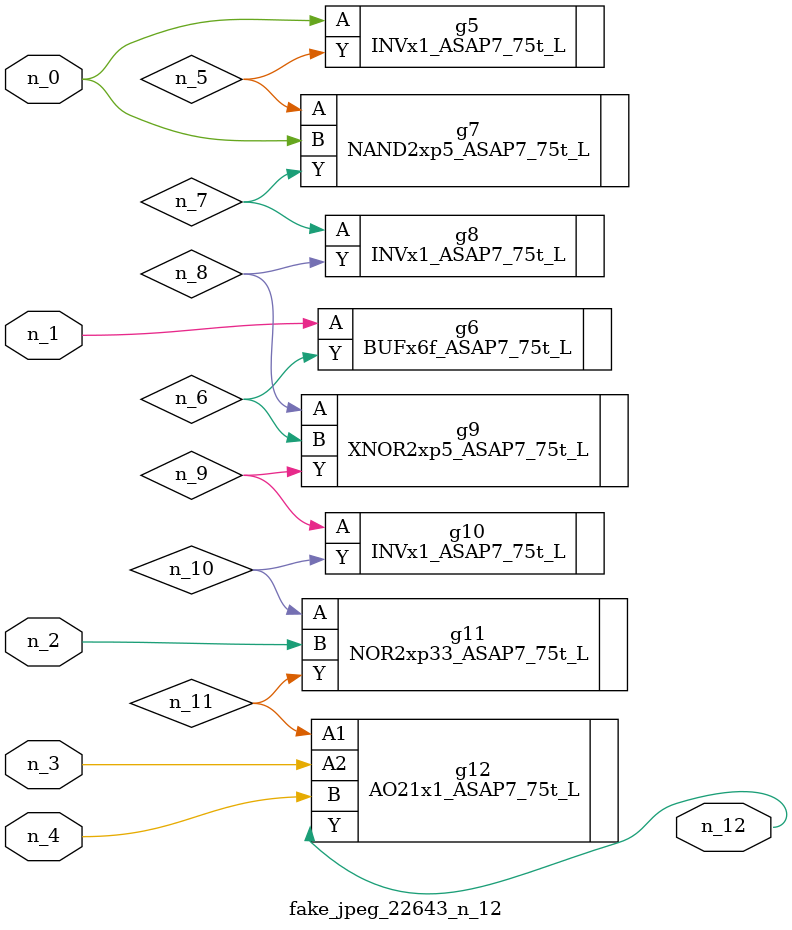
<source format=v>
module fake_jpeg_22643_n_12 (n_3, n_2, n_1, n_0, n_4, n_12);

input n_3;
input n_2;
input n_1;
input n_0;
input n_4;

output n_12;

wire n_11;
wire n_10;
wire n_8;
wire n_9;
wire n_6;
wire n_5;
wire n_7;

INVx1_ASAP7_75t_L g5 ( 
.A(n_0),
.Y(n_5)
);

BUFx6f_ASAP7_75t_L g6 ( 
.A(n_1),
.Y(n_6)
);

NAND2xp5_ASAP7_75t_L g7 ( 
.A(n_5),
.B(n_0),
.Y(n_7)
);

INVx1_ASAP7_75t_L g8 ( 
.A(n_7),
.Y(n_8)
);

XNOR2xp5_ASAP7_75t_L g9 ( 
.A(n_8),
.B(n_6),
.Y(n_9)
);

INVx1_ASAP7_75t_L g10 ( 
.A(n_9),
.Y(n_10)
);

NOR2xp33_ASAP7_75t_L g11 ( 
.A(n_10),
.B(n_2),
.Y(n_11)
);

AO21x1_ASAP7_75t_L g12 ( 
.A1(n_11),
.A2(n_3),
.B(n_4),
.Y(n_12)
);


endmodule
</source>
